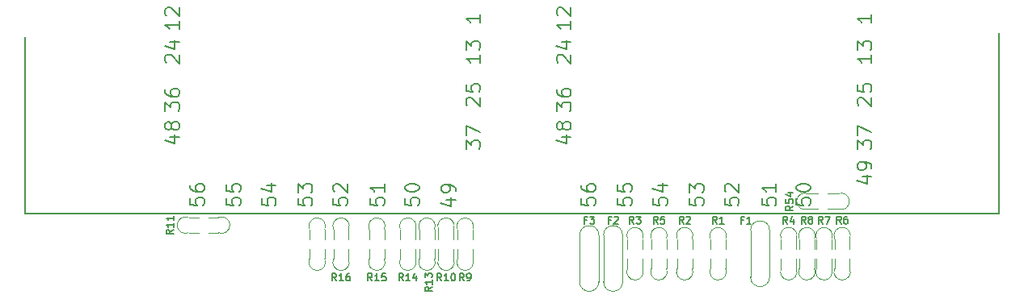
<source format=gto>
G04 #@! TF.GenerationSoftware,KiCad,Pcbnew,8.0.6-8.0.6-0~ubuntu22.04.1*
G04 #@! TF.CreationDate,2024-11-30T07:36:20+00:00*
G04 #@! TF.ProjectId,hellen-112-17,68656c6c-656e-42d3-9131-322d31372e6b,B*
G04 #@! TF.SameCoordinates,Original*
G04 #@! TF.FileFunction,Legend,Top*
G04 #@! TF.FilePolarity,Positive*
%FSLAX46Y46*%
G04 Gerber Fmt 4.6, Leading zero omitted, Abs format (unit mm)*
G04 Created by KiCad (PCBNEW 8.0.6-8.0.6-0~ubuntu22.04.1) date 2024-11-30 07:36:20*
%MOMM*%
%LPD*%
G01*
G04 APERTURE LIST*
%ADD10C,0.200000*%
%ADD11C,0.127000*%
%ADD12C,0.150000*%
%ADD13C,0.099060*%
%ADD14C,0.120000*%
G04 APERTURE END LIST*
D10*
X72187795Y71359337D02*
X72187795Y70645051D01*
X72187795Y70645051D02*
X72902081Y70573623D01*
X72902081Y70573623D02*
X72830652Y70645051D01*
X72830652Y70645051D02*
X72759224Y70787908D01*
X72759224Y70787908D02*
X72759224Y71145051D01*
X72759224Y71145051D02*
X72830652Y71287908D01*
X72830652Y71287908D02*
X72902081Y71359337D01*
X72902081Y71359337D02*
X73044938Y71430766D01*
X73044938Y71430766D02*
X73402081Y71430766D01*
X73402081Y71430766D02*
X73544938Y71359337D01*
X73544938Y71359337D02*
X73616367Y71287908D01*
X73616367Y71287908D02*
X73687795Y71145051D01*
X73687795Y71145051D02*
X73687795Y70787908D01*
X73687795Y70787908D02*
X73616367Y70645051D01*
X73616367Y70645051D02*
X73544938Y70573623D01*
X72187795Y72359337D02*
X72187795Y72502194D01*
X72187795Y72502194D02*
X72259224Y72645051D01*
X72259224Y72645051D02*
X72330652Y72716479D01*
X72330652Y72716479D02*
X72473509Y72787908D01*
X72473509Y72787908D02*
X72759224Y72859337D01*
X72759224Y72859337D02*
X73116367Y72859337D01*
X73116367Y72859337D02*
X73402081Y72787908D01*
X73402081Y72787908D02*
X73544938Y72716479D01*
X73544938Y72716479D02*
X73616367Y72645051D01*
X73616367Y72645051D02*
X73687795Y72502194D01*
X73687795Y72502194D02*
X73687795Y72359337D01*
X73687795Y72359337D02*
X73616367Y72216479D01*
X73616367Y72216479D02*
X73544938Y72145051D01*
X73544938Y72145051D02*
X73402081Y72073622D01*
X73402081Y72073622D02*
X73116367Y72002194D01*
X73116367Y72002194D02*
X72759224Y72002194D01*
X72759224Y72002194D02*
X72473509Y72073622D01*
X72473509Y72073622D02*
X72330652Y72145051D01*
X72330652Y72145051D02*
X72259224Y72216479D01*
X72259224Y72216479D02*
X72187795Y72359337D01*
X27587795Y71359337D02*
X27587795Y70645051D01*
X27587795Y70645051D02*
X28302081Y70573623D01*
X28302081Y70573623D02*
X28230652Y70645051D01*
X28230652Y70645051D02*
X28159224Y70787908D01*
X28159224Y70787908D02*
X28159224Y71145051D01*
X28159224Y71145051D02*
X28230652Y71287908D01*
X28230652Y71287908D02*
X28302081Y71359337D01*
X28302081Y71359337D02*
X28444938Y71430766D01*
X28444938Y71430766D02*
X28802081Y71430766D01*
X28802081Y71430766D02*
X28944938Y71359337D01*
X28944938Y71359337D02*
X29016367Y71287908D01*
X29016367Y71287908D02*
X29087795Y71145051D01*
X29087795Y71145051D02*
X29087795Y70787908D01*
X29087795Y70787908D02*
X29016367Y70645051D01*
X29016367Y70645051D02*
X28944938Y70573623D01*
X29087795Y72859337D02*
X29087795Y72002194D01*
X29087795Y72430765D02*
X27587795Y72430765D01*
X27587795Y72430765D02*
X27802081Y72287908D01*
X27802081Y72287908D02*
X27944938Y72145051D01*
X27944938Y72145051D02*
X28016367Y72002194D01*
X78730652Y81073623D02*
X78659224Y81145051D01*
X78659224Y81145051D02*
X78587795Y81287908D01*
X78587795Y81287908D02*
X78587795Y81645051D01*
X78587795Y81645051D02*
X78659224Y81787908D01*
X78659224Y81787908D02*
X78730652Y81859337D01*
X78730652Y81859337D02*
X78873509Y81930766D01*
X78873509Y81930766D02*
X79016367Y81930766D01*
X79016367Y81930766D02*
X79230652Y81859337D01*
X79230652Y81859337D02*
X80087795Y81002194D01*
X80087795Y81002194D02*
X80087795Y81930766D01*
X78587795Y83287908D02*
X78587795Y82573622D01*
X78587795Y82573622D02*
X79302081Y82502194D01*
X79302081Y82502194D02*
X79230652Y82573622D01*
X79230652Y82573622D02*
X79159224Y82716479D01*
X79159224Y82716479D02*
X79159224Y83073622D01*
X79159224Y83073622D02*
X79230652Y83216479D01*
X79230652Y83216479D02*
X79302081Y83287908D01*
X79302081Y83287908D02*
X79444938Y83359337D01*
X79444938Y83359337D02*
X79802081Y83359337D01*
X79802081Y83359337D02*
X79944938Y83287908D01*
X79944938Y83287908D02*
X80016367Y83216479D01*
X80016367Y83216479D02*
X80087795Y83073622D01*
X80087795Y83073622D02*
X80087795Y82716479D01*
X80087795Y82716479D02*
X80016367Y82573622D01*
X80016367Y82573622D02*
X79944938Y82502194D01*
X8687795Y71359337D02*
X8687795Y70645051D01*
X8687795Y70645051D02*
X9402081Y70573623D01*
X9402081Y70573623D02*
X9330652Y70645051D01*
X9330652Y70645051D02*
X9259224Y70787908D01*
X9259224Y70787908D02*
X9259224Y71145051D01*
X9259224Y71145051D02*
X9330652Y71287908D01*
X9330652Y71287908D02*
X9402081Y71359337D01*
X9402081Y71359337D02*
X9544938Y71430766D01*
X9544938Y71430766D02*
X9902081Y71430766D01*
X9902081Y71430766D02*
X10044938Y71359337D01*
X10044938Y71359337D02*
X10116367Y71287908D01*
X10116367Y71287908D02*
X10187795Y71145051D01*
X10187795Y71145051D02*
X10187795Y70787908D01*
X10187795Y70787908D02*
X10116367Y70645051D01*
X10116367Y70645051D02*
X10044938Y70573623D01*
X8687795Y72716479D02*
X8687795Y72430765D01*
X8687795Y72430765D02*
X8759224Y72287908D01*
X8759224Y72287908D02*
X8830652Y72216479D01*
X8830652Y72216479D02*
X9044938Y72073622D01*
X9044938Y72073622D02*
X9330652Y72002194D01*
X9330652Y72002194D02*
X9902081Y72002194D01*
X9902081Y72002194D02*
X10044938Y72073622D01*
X10044938Y72073622D02*
X10116367Y72145051D01*
X10116367Y72145051D02*
X10187795Y72287908D01*
X10187795Y72287908D02*
X10187795Y72573622D01*
X10187795Y72573622D02*
X10116367Y72716479D01*
X10116367Y72716479D02*
X10044938Y72787908D01*
X10044938Y72787908D02*
X9902081Y72859337D01*
X9902081Y72859337D02*
X9544938Y72859337D01*
X9544938Y72859337D02*
X9402081Y72787908D01*
X9402081Y72787908D02*
X9330652Y72716479D01*
X9330652Y72716479D02*
X9259224Y72573622D01*
X9259224Y72573622D02*
X9259224Y72287908D01*
X9259224Y72287908D02*
X9330652Y72145051D01*
X9330652Y72145051D02*
X9402081Y72073622D01*
X9402081Y72073622D02*
X9544938Y72002194D01*
X12487795Y71359337D02*
X12487795Y70645051D01*
X12487795Y70645051D02*
X13202081Y70573623D01*
X13202081Y70573623D02*
X13130652Y70645051D01*
X13130652Y70645051D02*
X13059224Y70787908D01*
X13059224Y70787908D02*
X13059224Y71145051D01*
X13059224Y71145051D02*
X13130652Y71287908D01*
X13130652Y71287908D02*
X13202081Y71359337D01*
X13202081Y71359337D02*
X13344938Y71430766D01*
X13344938Y71430766D02*
X13702081Y71430766D01*
X13702081Y71430766D02*
X13844938Y71359337D01*
X13844938Y71359337D02*
X13916367Y71287908D01*
X13916367Y71287908D02*
X13987795Y71145051D01*
X13987795Y71145051D02*
X13987795Y70787908D01*
X13987795Y70787908D02*
X13916367Y70645051D01*
X13916367Y70645051D02*
X13844938Y70573623D01*
X12487795Y72787908D02*
X12487795Y72073622D01*
X12487795Y72073622D02*
X13202081Y72002194D01*
X13202081Y72002194D02*
X13130652Y72073622D01*
X13130652Y72073622D02*
X13059224Y72216479D01*
X13059224Y72216479D02*
X13059224Y72573622D01*
X13059224Y72573622D02*
X13130652Y72716479D01*
X13130652Y72716479D02*
X13202081Y72787908D01*
X13202081Y72787908D02*
X13344938Y72859337D01*
X13344938Y72859337D02*
X13702081Y72859337D01*
X13702081Y72859337D02*
X13844938Y72787908D01*
X13844938Y72787908D02*
X13916367Y72716479D01*
X13916367Y72716479D02*
X13987795Y72573622D01*
X13987795Y72573622D02*
X13987795Y72216479D01*
X13987795Y72216479D02*
X13916367Y72073622D01*
X13916367Y72073622D02*
X13844938Y72002194D01*
X47230652Y85573623D02*
X47159224Y85645051D01*
X47159224Y85645051D02*
X47087795Y85787908D01*
X47087795Y85787908D02*
X47087795Y86145051D01*
X47087795Y86145051D02*
X47159224Y86287908D01*
X47159224Y86287908D02*
X47230652Y86359337D01*
X47230652Y86359337D02*
X47373509Y86430766D01*
X47373509Y86430766D02*
X47516367Y86430766D01*
X47516367Y86430766D02*
X47730652Y86359337D01*
X47730652Y86359337D02*
X48587795Y85502194D01*
X48587795Y85502194D02*
X48587795Y86430766D01*
X47587795Y87716479D02*
X48587795Y87716479D01*
X47016367Y87359337D02*
X48087795Y87002194D01*
X48087795Y87002194D02*
X48087795Y87930765D01*
X39087795Y86430766D02*
X39087795Y85573623D01*
X39087795Y86002194D02*
X37587795Y86002194D01*
X37587795Y86002194D02*
X37802081Y85859337D01*
X37802081Y85859337D02*
X37944938Y85716480D01*
X37944938Y85716480D02*
X38016367Y85573623D01*
X37587795Y86930765D02*
X37587795Y87859337D01*
X37587795Y87859337D02*
X38159224Y87359337D01*
X38159224Y87359337D02*
X38159224Y87573622D01*
X38159224Y87573622D02*
X38230652Y87716479D01*
X38230652Y87716479D02*
X38302081Y87787908D01*
X38302081Y87787908D02*
X38444938Y87859337D01*
X38444938Y87859337D02*
X38802081Y87859337D01*
X38802081Y87859337D02*
X38944938Y87787908D01*
X38944938Y87787908D02*
X39016367Y87716479D01*
X39016367Y87716479D02*
X39087795Y87573622D01*
X39087795Y87573622D02*
X39087795Y87145051D01*
X39087795Y87145051D02*
X39016367Y87002194D01*
X39016367Y87002194D02*
X38944938Y86930765D01*
X37587795Y76502194D02*
X37587795Y77430766D01*
X37587795Y77430766D02*
X38159224Y76930766D01*
X38159224Y76930766D02*
X38159224Y77145051D01*
X38159224Y77145051D02*
X38230652Y77287908D01*
X38230652Y77287908D02*
X38302081Y77359337D01*
X38302081Y77359337D02*
X38444938Y77430766D01*
X38444938Y77430766D02*
X38802081Y77430766D01*
X38802081Y77430766D02*
X38944938Y77359337D01*
X38944938Y77359337D02*
X39016367Y77287908D01*
X39016367Y77287908D02*
X39087795Y77145051D01*
X39087795Y77145051D02*
X39087795Y76716480D01*
X39087795Y76716480D02*
X39016367Y76573623D01*
X39016367Y76573623D02*
X38944938Y76502194D01*
X37587795Y77930765D02*
X37587795Y78930765D01*
X37587795Y78930765D02*
X39087795Y78287908D01*
X31187795Y71359337D02*
X31187795Y70645051D01*
X31187795Y70645051D02*
X31902081Y70573623D01*
X31902081Y70573623D02*
X31830652Y70645051D01*
X31830652Y70645051D02*
X31759224Y70787908D01*
X31759224Y70787908D02*
X31759224Y71145051D01*
X31759224Y71145051D02*
X31830652Y71287908D01*
X31830652Y71287908D02*
X31902081Y71359337D01*
X31902081Y71359337D02*
X32044938Y71430766D01*
X32044938Y71430766D02*
X32402081Y71430766D01*
X32402081Y71430766D02*
X32544938Y71359337D01*
X32544938Y71359337D02*
X32616367Y71287908D01*
X32616367Y71287908D02*
X32687795Y71145051D01*
X32687795Y71145051D02*
X32687795Y70787908D01*
X32687795Y70787908D02*
X32616367Y70645051D01*
X32616367Y70645051D02*
X32544938Y70573623D01*
X31187795Y72359337D02*
X31187795Y72502194D01*
X31187795Y72502194D02*
X31259224Y72645051D01*
X31259224Y72645051D02*
X31330652Y72716479D01*
X31330652Y72716479D02*
X31473509Y72787908D01*
X31473509Y72787908D02*
X31759224Y72859337D01*
X31759224Y72859337D02*
X32116367Y72859337D01*
X32116367Y72859337D02*
X32402081Y72787908D01*
X32402081Y72787908D02*
X32544938Y72716479D01*
X32544938Y72716479D02*
X32616367Y72645051D01*
X32616367Y72645051D02*
X32687795Y72502194D01*
X32687795Y72502194D02*
X32687795Y72359337D01*
X32687795Y72359337D02*
X32616367Y72216479D01*
X32616367Y72216479D02*
X32544938Y72145051D01*
X32544938Y72145051D02*
X32402081Y72073622D01*
X32402081Y72073622D02*
X32116367Y72002194D01*
X32116367Y72002194D02*
X31759224Y72002194D01*
X31759224Y72002194D02*
X31473509Y72073622D01*
X31473509Y72073622D02*
X31330652Y72145051D01*
X31330652Y72145051D02*
X31259224Y72216479D01*
X31259224Y72216479D02*
X31187795Y72359337D01*
X47587795Y77787908D02*
X48587795Y77787908D01*
X47016367Y77430766D02*
X48087795Y77073623D01*
X48087795Y77073623D02*
X48087795Y78002194D01*
X47730652Y78787908D02*
X47659224Y78645051D01*
X47659224Y78645051D02*
X47587795Y78573622D01*
X47587795Y78573622D02*
X47444938Y78502194D01*
X47444938Y78502194D02*
X47373509Y78502194D01*
X47373509Y78502194D02*
X47230652Y78573622D01*
X47230652Y78573622D02*
X47159224Y78645051D01*
X47159224Y78645051D02*
X47087795Y78787908D01*
X47087795Y78787908D02*
X47087795Y79073622D01*
X47087795Y79073622D02*
X47159224Y79216479D01*
X47159224Y79216479D02*
X47230652Y79287908D01*
X47230652Y79287908D02*
X47373509Y79359337D01*
X47373509Y79359337D02*
X47444938Y79359337D01*
X47444938Y79359337D02*
X47587795Y79287908D01*
X47587795Y79287908D02*
X47659224Y79216479D01*
X47659224Y79216479D02*
X47730652Y79073622D01*
X47730652Y79073622D02*
X47730652Y78787908D01*
X47730652Y78787908D02*
X47802081Y78645051D01*
X47802081Y78645051D02*
X47873509Y78573622D01*
X47873509Y78573622D02*
X48016367Y78502194D01*
X48016367Y78502194D02*
X48302081Y78502194D01*
X48302081Y78502194D02*
X48444938Y78573622D01*
X48444938Y78573622D02*
X48516367Y78645051D01*
X48516367Y78645051D02*
X48587795Y78787908D01*
X48587795Y78787908D02*
X48587795Y79073622D01*
X48587795Y79073622D02*
X48516367Y79216479D01*
X48516367Y79216479D02*
X48444938Y79287908D01*
X48444938Y79287908D02*
X48302081Y79359337D01*
X48302081Y79359337D02*
X48016367Y79359337D01*
X48016367Y79359337D02*
X47873509Y79287908D01*
X47873509Y79287908D02*
X47802081Y79216479D01*
X47802081Y79216479D02*
X47730652Y79073622D01*
X64687795Y71359337D02*
X64687795Y70645051D01*
X64687795Y70645051D02*
X65402081Y70573623D01*
X65402081Y70573623D02*
X65330652Y70645051D01*
X65330652Y70645051D02*
X65259224Y70787908D01*
X65259224Y70787908D02*
X65259224Y71145051D01*
X65259224Y71145051D02*
X65330652Y71287908D01*
X65330652Y71287908D02*
X65402081Y71359337D01*
X65402081Y71359337D02*
X65544938Y71430766D01*
X65544938Y71430766D02*
X65902081Y71430766D01*
X65902081Y71430766D02*
X66044938Y71359337D01*
X66044938Y71359337D02*
X66116367Y71287908D01*
X66116367Y71287908D02*
X66187795Y71145051D01*
X66187795Y71145051D02*
X66187795Y70787908D01*
X66187795Y70787908D02*
X66116367Y70645051D01*
X66116367Y70645051D02*
X66044938Y70573623D01*
X64830652Y72002194D02*
X64759224Y72073622D01*
X64759224Y72073622D02*
X64687795Y72216479D01*
X64687795Y72216479D02*
X64687795Y72573622D01*
X64687795Y72573622D02*
X64759224Y72716479D01*
X64759224Y72716479D02*
X64830652Y72787908D01*
X64830652Y72787908D02*
X64973509Y72859337D01*
X64973509Y72859337D02*
X65116367Y72859337D01*
X65116367Y72859337D02*
X65330652Y72787908D01*
X65330652Y72787908D02*
X66187795Y71930765D01*
X66187795Y71930765D02*
X66187795Y72859337D01*
X68587795Y71359337D02*
X68587795Y70645051D01*
X68587795Y70645051D02*
X69302081Y70573623D01*
X69302081Y70573623D02*
X69230652Y70645051D01*
X69230652Y70645051D02*
X69159224Y70787908D01*
X69159224Y70787908D02*
X69159224Y71145051D01*
X69159224Y71145051D02*
X69230652Y71287908D01*
X69230652Y71287908D02*
X69302081Y71359337D01*
X69302081Y71359337D02*
X69444938Y71430766D01*
X69444938Y71430766D02*
X69802081Y71430766D01*
X69802081Y71430766D02*
X69944938Y71359337D01*
X69944938Y71359337D02*
X70016367Y71287908D01*
X70016367Y71287908D02*
X70087795Y71145051D01*
X70087795Y71145051D02*
X70087795Y70787908D01*
X70087795Y70787908D02*
X70016367Y70645051D01*
X70016367Y70645051D02*
X69944938Y70573623D01*
X70087795Y72859337D02*
X70087795Y72002194D01*
X70087795Y72430765D02*
X68587795Y72430765D01*
X68587795Y72430765D02*
X68802081Y72287908D01*
X68802081Y72287908D02*
X68944938Y72145051D01*
X68944938Y72145051D02*
X69016367Y72002194D01*
X6230652Y85573623D02*
X6159224Y85645051D01*
X6159224Y85645051D02*
X6087795Y85787908D01*
X6087795Y85787908D02*
X6087795Y86145051D01*
X6087795Y86145051D02*
X6159224Y86287908D01*
X6159224Y86287908D02*
X6230652Y86359337D01*
X6230652Y86359337D02*
X6373509Y86430766D01*
X6373509Y86430766D02*
X6516367Y86430766D01*
X6516367Y86430766D02*
X6730652Y86359337D01*
X6730652Y86359337D02*
X7587795Y85502194D01*
X7587795Y85502194D02*
X7587795Y86430766D01*
X6587795Y87716479D02*
X7587795Y87716479D01*
X6016367Y87359337D02*
X7087795Y87002194D01*
X7087795Y87002194D02*
X7087795Y87930765D01*
X57187795Y71359337D02*
X57187795Y70645051D01*
X57187795Y70645051D02*
X57902081Y70573623D01*
X57902081Y70573623D02*
X57830652Y70645051D01*
X57830652Y70645051D02*
X57759224Y70787908D01*
X57759224Y70787908D02*
X57759224Y71145051D01*
X57759224Y71145051D02*
X57830652Y71287908D01*
X57830652Y71287908D02*
X57902081Y71359337D01*
X57902081Y71359337D02*
X58044938Y71430766D01*
X58044938Y71430766D02*
X58402081Y71430766D01*
X58402081Y71430766D02*
X58544938Y71359337D01*
X58544938Y71359337D02*
X58616367Y71287908D01*
X58616367Y71287908D02*
X58687795Y71145051D01*
X58687795Y71145051D02*
X58687795Y70787908D01*
X58687795Y70787908D02*
X58616367Y70645051D01*
X58616367Y70645051D02*
X58544938Y70573623D01*
X57687795Y72716479D02*
X58687795Y72716479D01*
X57116367Y72359337D02*
X58187795Y72002194D01*
X58187795Y72002194D02*
X58187795Y72930765D01*
X37730652Y81073623D02*
X37659224Y81145051D01*
X37659224Y81145051D02*
X37587795Y81287908D01*
X37587795Y81287908D02*
X37587795Y81645051D01*
X37587795Y81645051D02*
X37659224Y81787908D01*
X37659224Y81787908D02*
X37730652Y81859337D01*
X37730652Y81859337D02*
X37873509Y81930766D01*
X37873509Y81930766D02*
X38016367Y81930766D01*
X38016367Y81930766D02*
X38230652Y81859337D01*
X38230652Y81859337D02*
X39087795Y81002194D01*
X39087795Y81002194D02*
X39087795Y81930766D01*
X37587795Y83287908D02*
X37587795Y82573622D01*
X37587795Y82573622D02*
X38302081Y82502194D01*
X38302081Y82502194D02*
X38230652Y82573622D01*
X38230652Y82573622D02*
X38159224Y82716479D01*
X38159224Y82716479D02*
X38159224Y83073622D01*
X38159224Y83073622D02*
X38230652Y83216479D01*
X38230652Y83216479D02*
X38302081Y83287908D01*
X38302081Y83287908D02*
X38444938Y83359337D01*
X38444938Y83359337D02*
X38802081Y83359337D01*
X38802081Y83359337D02*
X38944938Y83287908D01*
X38944938Y83287908D02*
X39016367Y83216479D01*
X39016367Y83216479D02*
X39087795Y83073622D01*
X39087795Y83073622D02*
X39087795Y82716479D01*
X39087795Y82716479D02*
X39016367Y82573622D01*
X39016367Y82573622D02*
X38944938Y82502194D01*
X53487795Y71359337D02*
X53487795Y70645051D01*
X53487795Y70645051D02*
X54202081Y70573623D01*
X54202081Y70573623D02*
X54130652Y70645051D01*
X54130652Y70645051D02*
X54059224Y70787908D01*
X54059224Y70787908D02*
X54059224Y71145051D01*
X54059224Y71145051D02*
X54130652Y71287908D01*
X54130652Y71287908D02*
X54202081Y71359337D01*
X54202081Y71359337D02*
X54344938Y71430766D01*
X54344938Y71430766D02*
X54702081Y71430766D01*
X54702081Y71430766D02*
X54844938Y71359337D01*
X54844938Y71359337D02*
X54916367Y71287908D01*
X54916367Y71287908D02*
X54987795Y71145051D01*
X54987795Y71145051D02*
X54987795Y70787908D01*
X54987795Y70787908D02*
X54916367Y70645051D01*
X54916367Y70645051D02*
X54844938Y70573623D01*
X53487795Y72787908D02*
X53487795Y72073622D01*
X53487795Y72073622D02*
X54202081Y72002194D01*
X54202081Y72002194D02*
X54130652Y72073622D01*
X54130652Y72073622D02*
X54059224Y72216479D01*
X54059224Y72216479D02*
X54059224Y72573622D01*
X54059224Y72573622D02*
X54130652Y72716479D01*
X54130652Y72716479D02*
X54202081Y72787908D01*
X54202081Y72787908D02*
X54344938Y72859337D01*
X54344938Y72859337D02*
X54702081Y72859337D01*
X54702081Y72859337D02*
X54844938Y72787908D01*
X54844938Y72787908D02*
X54916367Y72716479D01*
X54916367Y72716479D02*
X54987795Y72573622D01*
X54987795Y72573622D02*
X54987795Y72216479D01*
X54987795Y72216479D02*
X54916367Y72073622D01*
X54916367Y72073622D02*
X54844938Y72002194D01*
X23687795Y71359337D02*
X23687795Y70645051D01*
X23687795Y70645051D02*
X24402081Y70573623D01*
X24402081Y70573623D02*
X24330652Y70645051D01*
X24330652Y70645051D02*
X24259224Y70787908D01*
X24259224Y70787908D02*
X24259224Y71145051D01*
X24259224Y71145051D02*
X24330652Y71287908D01*
X24330652Y71287908D02*
X24402081Y71359337D01*
X24402081Y71359337D02*
X24544938Y71430766D01*
X24544938Y71430766D02*
X24902081Y71430766D01*
X24902081Y71430766D02*
X25044938Y71359337D01*
X25044938Y71359337D02*
X25116367Y71287908D01*
X25116367Y71287908D02*
X25187795Y71145051D01*
X25187795Y71145051D02*
X25187795Y70787908D01*
X25187795Y70787908D02*
X25116367Y70645051D01*
X25116367Y70645051D02*
X25044938Y70573623D01*
X23830652Y72002194D02*
X23759224Y72073622D01*
X23759224Y72073622D02*
X23687795Y72216479D01*
X23687795Y72216479D02*
X23687795Y72573622D01*
X23687795Y72573622D02*
X23759224Y72716479D01*
X23759224Y72716479D02*
X23830652Y72787908D01*
X23830652Y72787908D02*
X23973509Y72859337D01*
X23973509Y72859337D02*
X24116367Y72859337D01*
X24116367Y72859337D02*
X24330652Y72787908D01*
X24330652Y72787908D02*
X25187795Y71930765D01*
X25187795Y71930765D02*
X25187795Y72859337D01*
X6087795Y80502194D02*
X6087795Y81430766D01*
X6087795Y81430766D02*
X6659224Y80930766D01*
X6659224Y80930766D02*
X6659224Y81145051D01*
X6659224Y81145051D02*
X6730652Y81287908D01*
X6730652Y81287908D02*
X6802081Y81359337D01*
X6802081Y81359337D02*
X6944938Y81430766D01*
X6944938Y81430766D02*
X7302081Y81430766D01*
X7302081Y81430766D02*
X7444938Y81359337D01*
X7444938Y81359337D02*
X7516367Y81287908D01*
X7516367Y81287908D02*
X7587795Y81145051D01*
X7587795Y81145051D02*
X7587795Y80716480D01*
X7587795Y80716480D02*
X7516367Y80573623D01*
X7516367Y80573623D02*
X7444938Y80502194D01*
X6087795Y82716479D02*
X6087795Y82430765D01*
X6087795Y82430765D02*
X6159224Y82287908D01*
X6159224Y82287908D02*
X6230652Y82216479D01*
X6230652Y82216479D02*
X6444938Y82073622D01*
X6444938Y82073622D02*
X6730652Y82002194D01*
X6730652Y82002194D02*
X7302081Y82002194D01*
X7302081Y82002194D02*
X7444938Y82073622D01*
X7444938Y82073622D02*
X7516367Y82145051D01*
X7516367Y82145051D02*
X7587795Y82287908D01*
X7587795Y82287908D02*
X7587795Y82573622D01*
X7587795Y82573622D02*
X7516367Y82716479D01*
X7516367Y82716479D02*
X7444938Y82787908D01*
X7444938Y82787908D02*
X7302081Y82859337D01*
X7302081Y82859337D02*
X6944938Y82859337D01*
X6944938Y82859337D02*
X6802081Y82787908D01*
X6802081Y82787908D02*
X6730652Y82716479D01*
X6730652Y82716479D02*
X6659224Y82573622D01*
X6659224Y82573622D02*
X6659224Y82287908D01*
X6659224Y82287908D02*
X6730652Y82145051D01*
X6730652Y82145051D02*
X6802081Y82073622D01*
X6802081Y82073622D02*
X6944938Y82002194D01*
X39087795Y90645052D02*
X39087795Y89787909D01*
X39087795Y90216480D02*
X37587795Y90216480D01*
X37587795Y90216480D02*
X37802081Y90073623D01*
X37802081Y90073623D02*
X37944938Y89930766D01*
X37944938Y89930766D02*
X38016367Y89787909D01*
X19987795Y71359337D02*
X19987795Y70645051D01*
X19987795Y70645051D02*
X20702081Y70573623D01*
X20702081Y70573623D02*
X20630652Y70645051D01*
X20630652Y70645051D02*
X20559224Y70787908D01*
X20559224Y70787908D02*
X20559224Y71145051D01*
X20559224Y71145051D02*
X20630652Y71287908D01*
X20630652Y71287908D02*
X20702081Y71359337D01*
X20702081Y71359337D02*
X20844938Y71430766D01*
X20844938Y71430766D02*
X21202081Y71430766D01*
X21202081Y71430766D02*
X21344938Y71359337D01*
X21344938Y71359337D02*
X21416367Y71287908D01*
X21416367Y71287908D02*
X21487795Y71145051D01*
X21487795Y71145051D02*
X21487795Y70787908D01*
X21487795Y70787908D02*
X21416367Y70645051D01*
X21416367Y70645051D02*
X21344938Y70573623D01*
X19987795Y71930765D02*
X19987795Y72859337D01*
X19987795Y72859337D02*
X20559224Y72359337D01*
X20559224Y72359337D02*
X20559224Y72573622D01*
X20559224Y72573622D02*
X20630652Y72716479D01*
X20630652Y72716479D02*
X20702081Y72787908D01*
X20702081Y72787908D02*
X20844938Y72859337D01*
X20844938Y72859337D02*
X21202081Y72859337D01*
X21202081Y72859337D02*
X21344938Y72787908D01*
X21344938Y72787908D02*
X21416367Y72716479D01*
X21416367Y72716479D02*
X21487795Y72573622D01*
X21487795Y72573622D02*
X21487795Y72145051D01*
X21487795Y72145051D02*
X21416367Y72002194D01*
X21416367Y72002194D02*
X21344938Y71930765D01*
X16187795Y71359337D02*
X16187795Y70645051D01*
X16187795Y70645051D02*
X16902081Y70573623D01*
X16902081Y70573623D02*
X16830652Y70645051D01*
X16830652Y70645051D02*
X16759224Y70787908D01*
X16759224Y70787908D02*
X16759224Y71145051D01*
X16759224Y71145051D02*
X16830652Y71287908D01*
X16830652Y71287908D02*
X16902081Y71359337D01*
X16902081Y71359337D02*
X17044938Y71430766D01*
X17044938Y71430766D02*
X17402081Y71430766D01*
X17402081Y71430766D02*
X17544938Y71359337D01*
X17544938Y71359337D02*
X17616367Y71287908D01*
X17616367Y71287908D02*
X17687795Y71145051D01*
X17687795Y71145051D02*
X17687795Y70787908D01*
X17687795Y70787908D02*
X17616367Y70645051D01*
X17616367Y70645051D02*
X17544938Y70573623D01*
X16687795Y72716479D02*
X17687795Y72716479D01*
X16116367Y72359337D02*
X17187795Y72002194D01*
X17187795Y72002194D02*
X17187795Y72930765D01*
X6587795Y77787908D02*
X7587795Y77787908D01*
X6016367Y77430766D02*
X7087795Y77073623D01*
X7087795Y77073623D02*
X7087795Y78002194D01*
X6730652Y78787908D02*
X6659224Y78645051D01*
X6659224Y78645051D02*
X6587795Y78573622D01*
X6587795Y78573622D02*
X6444938Y78502194D01*
X6444938Y78502194D02*
X6373509Y78502194D01*
X6373509Y78502194D02*
X6230652Y78573622D01*
X6230652Y78573622D02*
X6159224Y78645051D01*
X6159224Y78645051D02*
X6087795Y78787908D01*
X6087795Y78787908D02*
X6087795Y79073622D01*
X6087795Y79073622D02*
X6159224Y79216479D01*
X6159224Y79216479D02*
X6230652Y79287908D01*
X6230652Y79287908D02*
X6373509Y79359337D01*
X6373509Y79359337D02*
X6444938Y79359337D01*
X6444938Y79359337D02*
X6587795Y79287908D01*
X6587795Y79287908D02*
X6659224Y79216479D01*
X6659224Y79216479D02*
X6730652Y79073622D01*
X6730652Y79073622D02*
X6730652Y78787908D01*
X6730652Y78787908D02*
X6802081Y78645051D01*
X6802081Y78645051D02*
X6873509Y78573622D01*
X6873509Y78573622D02*
X7016367Y78502194D01*
X7016367Y78502194D02*
X7302081Y78502194D01*
X7302081Y78502194D02*
X7444938Y78573622D01*
X7444938Y78573622D02*
X7516367Y78645051D01*
X7516367Y78645051D02*
X7587795Y78787908D01*
X7587795Y78787908D02*
X7587795Y79073622D01*
X7587795Y79073622D02*
X7516367Y79216479D01*
X7516367Y79216479D02*
X7444938Y79287908D01*
X7444938Y79287908D02*
X7302081Y79359337D01*
X7302081Y79359337D02*
X7016367Y79359337D01*
X7016367Y79359337D02*
X6873509Y79287908D01*
X6873509Y79287908D02*
X6802081Y79216479D01*
X6802081Y79216479D02*
X6730652Y79073622D01*
X80087795Y86430766D02*
X80087795Y85573623D01*
X80087795Y86002194D02*
X78587795Y86002194D01*
X78587795Y86002194D02*
X78802081Y85859337D01*
X78802081Y85859337D02*
X78944938Y85716480D01*
X78944938Y85716480D02*
X79016367Y85573623D01*
X78587795Y86930765D02*
X78587795Y87859337D01*
X78587795Y87859337D02*
X79159224Y87359337D01*
X79159224Y87359337D02*
X79159224Y87573622D01*
X79159224Y87573622D02*
X79230652Y87716479D01*
X79230652Y87716479D02*
X79302081Y87787908D01*
X79302081Y87787908D02*
X79444938Y87859337D01*
X79444938Y87859337D02*
X79802081Y87859337D01*
X79802081Y87859337D02*
X79944938Y87787908D01*
X79944938Y87787908D02*
X80016367Y87716479D01*
X80016367Y87716479D02*
X80087795Y87573622D01*
X80087795Y87573622D02*
X80087795Y87145051D01*
X80087795Y87145051D02*
X80016367Y87002194D01*
X80016367Y87002194D02*
X79944938Y86930765D01*
X48587795Y89930766D02*
X48587795Y89073623D01*
X48587795Y89502194D02*
X47087795Y89502194D01*
X47087795Y89502194D02*
X47302081Y89359337D01*
X47302081Y89359337D02*
X47444938Y89216480D01*
X47444938Y89216480D02*
X47516367Y89073623D01*
X47230652Y90502194D02*
X47159224Y90573622D01*
X47159224Y90573622D02*
X47087795Y90716479D01*
X47087795Y90716479D02*
X47087795Y91073622D01*
X47087795Y91073622D02*
X47159224Y91216479D01*
X47159224Y91216479D02*
X47230652Y91287908D01*
X47230652Y91287908D02*
X47373509Y91359337D01*
X47373509Y91359337D02*
X47516367Y91359337D01*
X47516367Y91359337D02*
X47730652Y91287908D01*
X47730652Y91287908D02*
X48587795Y90430765D01*
X48587795Y90430765D02*
X48587795Y91359337D01*
X60987795Y71359337D02*
X60987795Y70645051D01*
X60987795Y70645051D02*
X61702081Y70573623D01*
X61702081Y70573623D02*
X61630652Y70645051D01*
X61630652Y70645051D02*
X61559224Y70787908D01*
X61559224Y70787908D02*
X61559224Y71145051D01*
X61559224Y71145051D02*
X61630652Y71287908D01*
X61630652Y71287908D02*
X61702081Y71359337D01*
X61702081Y71359337D02*
X61844938Y71430766D01*
X61844938Y71430766D02*
X62202081Y71430766D01*
X62202081Y71430766D02*
X62344938Y71359337D01*
X62344938Y71359337D02*
X62416367Y71287908D01*
X62416367Y71287908D02*
X62487795Y71145051D01*
X62487795Y71145051D02*
X62487795Y70787908D01*
X62487795Y70787908D02*
X62416367Y70645051D01*
X62416367Y70645051D02*
X62344938Y70573623D01*
X60987795Y71930765D02*
X60987795Y72859337D01*
X60987795Y72859337D02*
X61559224Y72359337D01*
X61559224Y72359337D02*
X61559224Y72573622D01*
X61559224Y72573622D02*
X61630652Y72716479D01*
X61630652Y72716479D02*
X61702081Y72787908D01*
X61702081Y72787908D02*
X61844938Y72859337D01*
X61844938Y72859337D02*
X62202081Y72859337D01*
X62202081Y72859337D02*
X62344938Y72787908D01*
X62344938Y72787908D02*
X62416367Y72716479D01*
X62416367Y72716479D02*
X62487795Y72573622D01*
X62487795Y72573622D02*
X62487795Y72145051D01*
X62487795Y72145051D02*
X62416367Y72002194D01*
X62416367Y72002194D02*
X62344938Y71930765D01*
X49687795Y71359337D02*
X49687795Y70645051D01*
X49687795Y70645051D02*
X50402081Y70573623D01*
X50402081Y70573623D02*
X50330652Y70645051D01*
X50330652Y70645051D02*
X50259224Y70787908D01*
X50259224Y70787908D02*
X50259224Y71145051D01*
X50259224Y71145051D02*
X50330652Y71287908D01*
X50330652Y71287908D02*
X50402081Y71359337D01*
X50402081Y71359337D02*
X50544938Y71430766D01*
X50544938Y71430766D02*
X50902081Y71430766D01*
X50902081Y71430766D02*
X51044938Y71359337D01*
X51044938Y71359337D02*
X51116367Y71287908D01*
X51116367Y71287908D02*
X51187795Y71145051D01*
X51187795Y71145051D02*
X51187795Y70787908D01*
X51187795Y70787908D02*
X51116367Y70645051D01*
X51116367Y70645051D02*
X51044938Y70573623D01*
X49687795Y72716479D02*
X49687795Y72430765D01*
X49687795Y72430765D02*
X49759224Y72287908D01*
X49759224Y72287908D02*
X49830652Y72216479D01*
X49830652Y72216479D02*
X50044938Y72073622D01*
X50044938Y72073622D02*
X50330652Y72002194D01*
X50330652Y72002194D02*
X50902081Y72002194D01*
X50902081Y72002194D02*
X51044938Y72073622D01*
X51044938Y72073622D02*
X51116367Y72145051D01*
X51116367Y72145051D02*
X51187795Y72287908D01*
X51187795Y72287908D02*
X51187795Y72573622D01*
X51187795Y72573622D02*
X51116367Y72716479D01*
X51116367Y72716479D02*
X51044938Y72787908D01*
X51044938Y72787908D02*
X50902081Y72859337D01*
X50902081Y72859337D02*
X50544938Y72859337D01*
X50544938Y72859337D02*
X50402081Y72787908D01*
X50402081Y72787908D02*
X50330652Y72716479D01*
X50330652Y72716479D02*
X50259224Y72573622D01*
X50259224Y72573622D02*
X50259224Y72287908D01*
X50259224Y72287908D02*
X50330652Y72145051D01*
X50330652Y72145051D02*
X50402081Y72073622D01*
X50402081Y72073622D02*
X50544938Y72002194D01*
X80087795Y90645052D02*
X80087795Y89787909D01*
X80087795Y90216480D02*
X78587795Y90216480D01*
X78587795Y90216480D02*
X78802081Y90073623D01*
X78802081Y90073623D02*
X78944938Y89930766D01*
X78944938Y89930766D02*
X79016367Y89787909D01*
X79083528Y73571429D02*
X80083528Y73571429D01*
X78512100Y73214287D02*
X79583528Y72857144D01*
X79583528Y72857144D02*
X79583528Y73785715D01*
X80083528Y74428572D02*
X80083528Y74714286D01*
X80083528Y74714286D02*
X80012100Y74857143D01*
X80012100Y74857143D02*
X79940671Y74928572D01*
X79940671Y74928572D02*
X79726385Y75071429D01*
X79726385Y75071429D02*
X79440671Y75142858D01*
X79440671Y75142858D02*
X78869242Y75142858D01*
X78869242Y75142858D02*
X78726385Y75071429D01*
X78726385Y75071429D02*
X78654957Y75000000D01*
X78654957Y75000000D02*
X78583528Y74857143D01*
X78583528Y74857143D02*
X78583528Y74571429D01*
X78583528Y74571429D02*
X78654957Y74428572D01*
X78654957Y74428572D02*
X78726385Y74357143D01*
X78726385Y74357143D02*
X78869242Y74285715D01*
X78869242Y74285715D02*
X79226385Y74285715D01*
X79226385Y74285715D02*
X79369242Y74357143D01*
X79369242Y74357143D02*
X79440671Y74428572D01*
X79440671Y74428572D02*
X79512100Y74571429D01*
X79512100Y74571429D02*
X79512100Y74857143D01*
X79512100Y74857143D02*
X79440671Y75000000D01*
X79440671Y75000000D02*
X79369242Y75071429D01*
X79369242Y75071429D02*
X79226385Y75142858D01*
X78587795Y76502194D02*
X78587795Y77430766D01*
X78587795Y77430766D02*
X79159224Y76930766D01*
X79159224Y76930766D02*
X79159224Y77145051D01*
X79159224Y77145051D02*
X79230652Y77287908D01*
X79230652Y77287908D02*
X79302081Y77359337D01*
X79302081Y77359337D02*
X79444938Y77430766D01*
X79444938Y77430766D02*
X79802081Y77430766D01*
X79802081Y77430766D02*
X79944938Y77359337D01*
X79944938Y77359337D02*
X80016367Y77287908D01*
X80016367Y77287908D02*
X80087795Y77145051D01*
X80087795Y77145051D02*
X80087795Y76716480D01*
X80087795Y76716480D02*
X80016367Y76573623D01*
X80016367Y76573623D02*
X79944938Y76502194D01*
X78587795Y77930765D02*
X78587795Y78930765D01*
X78587795Y78930765D02*
X80087795Y78287908D01*
X7587795Y89930766D02*
X7587795Y89073623D01*
X7587795Y89502194D02*
X6087795Y89502194D01*
X6087795Y89502194D02*
X6302081Y89359337D01*
X6302081Y89359337D02*
X6444938Y89216480D01*
X6444938Y89216480D02*
X6516367Y89073623D01*
X6230652Y90502194D02*
X6159224Y90573622D01*
X6159224Y90573622D02*
X6087795Y90716479D01*
X6087795Y90716479D02*
X6087795Y91073622D01*
X6087795Y91073622D02*
X6159224Y91216479D01*
X6159224Y91216479D02*
X6230652Y91287908D01*
X6230652Y91287908D02*
X6373509Y91359337D01*
X6373509Y91359337D02*
X6516367Y91359337D01*
X6516367Y91359337D02*
X6730652Y91287908D01*
X6730652Y91287908D02*
X7587795Y90430765D01*
X7587795Y90430765D02*
X7587795Y91359337D01*
X35487795Y71187908D02*
X36487795Y71187908D01*
X34916367Y70830766D02*
X35987795Y70473623D01*
X35987795Y70473623D02*
X35987795Y71402194D01*
X36487795Y72045051D02*
X36487795Y72330765D01*
X36487795Y72330765D02*
X36416367Y72473622D01*
X36416367Y72473622D02*
X36344938Y72545051D01*
X36344938Y72545051D02*
X36130652Y72687908D01*
X36130652Y72687908D02*
X35844938Y72759337D01*
X35844938Y72759337D02*
X35273509Y72759337D01*
X35273509Y72759337D02*
X35130652Y72687908D01*
X35130652Y72687908D02*
X35059224Y72616479D01*
X35059224Y72616479D02*
X34987795Y72473622D01*
X34987795Y72473622D02*
X34987795Y72187908D01*
X34987795Y72187908D02*
X35059224Y72045051D01*
X35059224Y72045051D02*
X35130652Y71973622D01*
X35130652Y71973622D02*
X35273509Y71902194D01*
X35273509Y71902194D02*
X35630652Y71902194D01*
X35630652Y71902194D02*
X35773509Y71973622D01*
X35773509Y71973622D02*
X35844938Y72045051D01*
X35844938Y72045051D02*
X35916367Y72187908D01*
X35916367Y72187908D02*
X35916367Y72473622D01*
X35916367Y72473622D02*
X35844938Y72616479D01*
X35844938Y72616479D02*
X35773509Y72687908D01*
X35773509Y72687908D02*
X35630652Y72759337D01*
X47087795Y80502194D02*
X47087795Y81430766D01*
X47087795Y81430766D02*
X47659224Y80930766D01*
X47659224Y80930766D02*
X47659224Y81145051D01*
X47659224Y81145051D02*
X47730652Y81287908D01*
X47730652Y81287908D02*
X47802081Y81359337D01*
X47802081Y81359337D02*
X47944938Y81430766D01*
X47944938Y81430766D02*
X48302081Y81430766D01*
X48302081Y81430766D02*
X48444938Y81359337D01*
X48444938Y81359337D02*
X48516367Y81287908D01*
X48516367Y81287908D02*
X48587795Y81145051D01*
X48587795Y81145051D02*
X48587795Y80716480D01*
X48587795Y80716480D02*
X48516367Y80573623D01*
X48516367Y80573623D02*
X48444938Y80502194D01*
X47087795Y82716479D02*
X47087795Y82430765D01*
X47087795Y82430765D02*
X47159224Y82287908D01*
X47159224Y82287908D02*
X47230652Y82216479D01*
X47230652Y82216479D02*
X47444938Y82073622D01*
X47444938Y82073622D02*
X47730652Y82002194D01*
X47730652Y82002194D02*
X48302081Y82002194D01*
X48302081Y82002194D02*
X48444938Y82073622D01*
X48444938Y82073622D02*
X48516367Y82145051D01*
X48516367Y82145051D02*
X48587795Y82287908D01*
X48587795Y82287908D02*
X48587795Y82573622D01*
X48587795Y82573622D02*
X48516367Y82716479D01*
X48516367Y82716479D02*
X48444938Y82787908D01*
X48444938Y82787908D02*
X48302081Y82859337D01*
X48302081Y82859337D02*
X47944938Y82859337D01*
X47944938Y82859337D02*
X47802081Y82787908D01*
X47802081Y82787908D02*
X47730652Y82716479D01*
X47730652Y82716479D02*
X47659224Y82573622D01*
X47659224Y82573622D02*
X47659224Y82287908D01*
X47659224Y82287908D02*
X47730652Y82145051D01*
X47730652Y82145051D02*
X47802081Y82073622D01*
X47802081Y82073622D02*
X47944938Y82002194D01*
D11*
X34045911Y62010144D02*
X33683054Y61756144D01*
X34045911Y61574715D02*
X33283911Y61574715D01*
X33283911Y61574715D02*
X33283911Y61865001D01*
X33283911Y61865001D02*
X33320197Y61937572D01*
X33320197Y61937572D02*
X33356483Y61973858D01*
X33356483Y61973858D02*
X33429054Y62010144D01*
X33429054Y62010144D02*
X33537911Y62010144D01*
X33537911Y62010144D02*
X33610483Y61973858D01*
X33610483Y61973858D02*
X33646768Y61937572D01*
X33646768Y61937572D02*
X33683054Y61865001D01*
X33683054Y61865001D02*
X33683054Y61574715D01*
X34045911Y62735858D02*
X34045911Y62300429D01*
X34045911Y62518144D02*
X33283911Y62518144D01*
X33283911Y62518144D02*
X33392768Y62445572D01*
X33392768Y62445572D02*
X33465340Y62373001D01*
X33465340Y62373001D02*
X33501626Y62300429D01*
X33283911Y62989858D02*
X33283911Y63461572D01*
X33283911Y63461572D02*
X33574197Y63207572D01*
X33574197Y63207572D02*
X33574197Y63316429D01*
X33574197Y63316429D02*
X33610483Y63389000D01*
X33610483Y63389000D02*
X33646768Y63425286D01*
X33646768Y63425286D02*
X33719340Y63461572D01*
X33719340Y63461572D02*
X33900768Y63461572D01*
X33900768Y63461572D02*
X33973340Y63425286D01*
X33973340Y63425286D02*
X34009626Y63389000D01*
X34009626Y63389000D02*
X34045911Y63316429D01*
X34045911Y63316429D02*
X34045911Y63098715D01*
X34045911Y63098715D02*
X34009626Y63026143D01*
X34009626Y63026143D02*
X33973340Y62989858D01*
X6940911Y68010144D02*
X6578054Y67756144D01*
X6940911Y67574715D02*
X6178911Y67574715D01*
X6178911Y67574715D02*
X6178911Y67865001D01*
X6178911Y67865001D02*
X6215197Y67937572D01*
X6215197Y67937572D02*
X6251483Y67973858D01*
X6251483Y67973858D02*
X6324054Y68010144D01*
X6324054Y68010144D02*
X6432911Y68010144D01*
X6432911Y68010144D02*
X6505483Y67973858D01*
X6505483Y67973858D02*
X6541768Y67937572D01*
X6541768Y67937572D02*
X6578054Y67865001D01*
X6578054Y67865001D02*
X6578054Y67574715D01*
X6940911Y68735858D02*
X6940911Y68300429D01*
X6940911Y68518144D02*
X6178911Y68518144D01*
X6178911Y68518144D02*
X6287768Y68445572D01*
X6287768Y68445572D02*
X6360340Y68373001D01*
X6360340Y68373001D02*
X6396626Y68300429D01*
X6940911Y69461572D02*
X6940911Y69026143D01*
X6940911Y69243858D02*
X6178911Y69243858D01*
X6178911Y69243858D02*
X6287768Y69171286D01*
X6287768Y69171286D02*
X6360340Y69098715D01*
X6360340Y69098715D02*
X6396626Y69026143D01*
X31010143Y62654089D02*
X30756143Y63016946D01*
X30574714Y62654089D02*
X30574714Y63416089D01*
X30574714Y63416089D02*
X30865000Y63416089D01*
X30865000Y63416089D02*
X30937571Y63379803D01*
X30937571Y63379803D02*
X30973857Y63343517D01*
X30973857Y63343517D02*
X31010143Y63270946D01*
X31010143Y63270946D02*
X31010143Y63162089D01*
X31010143Y63162089D02*
X30973857Y63089517D01*
X30973857Y63089517D02*
X30937571Y63053232D01*
X30937571Y63053232D02*
X30865000Y63016946D01*
X30865000Y63016946D02*
X30574714Y63016946D01*
X31735857Y62654089D02*
X31300428Y62654089D01*
X31518143Y62654089D02*
X31518143Y63416089D01*
X31518143Y63416089D02*
X31445571Y63307232D01*
X31445571Y63307232D02*
X31373000Y63234660D01*
X31373000Y63234660D02*
X31300428Y63198374D01*
X32389000Y63162089D02*
X32389000Y62654089D01*
X32207571Y63452374D02*
X32026142Y62908089D01*
X32026142Y62908089D02*
X32497857Y62908089D01*
X52746000Y69053232D02*
X52492000Y69053232D01*
X52492000Y68654089D02*
X52492000Y69416089D01*
X52492000Y69416089D02*
X52854857Y69416089D01*
X53108857Y69343517D02*
X53145143Y69379803D01*
X53145143Y69379803D02*
X53217715Y69416089D01*
X53217715Y69416089D02*
X53399143Y69416089D01*
X53399143Y69416089D02*
X53471715Y69379803D01*
X53471715Y69379803D02*
X53508000Y69343517D01*
X53508000Y69343517D02*
X53544286Y69270946D01*
X53544286Y69270946D02*
X53544286Y69198374D01*
X53544286Y69198374D02*
X53508000Y69089517D01*
X53508000Y69089517D02*
X53072572Y68654089D01*
X53072572Y68654089D02*
X53544286Y68654089D01*
X27760143Y62654089D02*
X27506143Y63016946D01*
X27324714Y62654089D02*
X27324714Y63416089D01*
X27324714Y63416089D02*
X27615000Y63416089D01*
X27615000Y63416089D02*
X27687571Y63379803D01*
X27687571Y63379803D02*
X27723857Y63343517D01*
X27723857Y63343517D02*
X27760143Y63270946D01*
X27760143Y63270946D02*
X27760143Y63162089D01*
X27760143Y63162089D02*
X27723857Y63089517D01*
X27723857Y63089517D02*
X27687571Y63053232D01*
X27687571Y63053232D02*
X27615000Y63016946D01*
X27615000Y63016946D02*
X27324714Y63016946D01*
X28485857Y62654089D02*
X28050428Y62654089D01*
X28268143Y62654089D02*
X28268143Y63416089D01*
X28268143Y63416089D02*
X28195571Y63307232D01*
X28195571Y63307232D02*
X28123000Y63234660D01*
X28123000Y63234660D02*
X28050428Y63198374D01*
X29175285Y63416089D02*
X28812428Y63416089D01*
X28812428Y63416089D02*
X28776142Y63053232D01*
X28776142Y63053232D02*
X28812428Y63089517D01*
X28812428Y63089517D02*
X28885000Y63125803D01*
X28885000Y63125803D02*
X29066428Y63125803D01*
X29066428Y63125803D02*
X29139000Y63089517D01*
X29139000Y63089517D02*
X29175285Y63053232D01*
X29175285Y63053232D02*
X29211571Y62980660D01*
X29211571Y62980660D02*
X29211571Y62799232D01*
X29211571Y62799232D02*
X29175285Y62726660D01*
X29175285Y62726660D02*
X29139000Y62690374D01*
X29139000Y62690374D02*
X29066428Y62654089D01*
X29066428Y62654089D02*
X28885000Y62654089D01*
X28885000Y62654089D02*
X28812428Y62690374D01*
X28812428Y62690374D02*
X28776142Y62726660D01*
X66646000Y69053232D02*
X66392000Y69053232D01*
X66392000Y68654089D02*
X66392000Y69416089D01*
X66392000Y69416089D02*
X66754857Y69416089D01*
X67444286Y68654089D02*
X67008857Y68654089D01*
X67226572Y68654089D02*
X67226572Y69416089D01*
X67226572Y69416089D02*
X67154000Y69307232D01*
X67154000Y69307232D02*
X67081429Y69234660D01*
X67081429Y69234660D02*
X67008857Y69198374D01*
X50246000Y69053232D02*
X49992000Y69053232D01*
X49992000Y68654089D02*
X49992000Y69416089D01*
X49992000Y69416089D02*
X50354857Y69416089D01*
X50572572Y69416089D02*
X51044286Y69416089D01*
X51044286Y69416089D02*
X50790286Y69125803D01*
X50790286Y69125803D02*
X50899143Y69125803D01*
X50899143Y69125803D02*
X50971715Y69089517D01*
X50971715Y69089517D02*
X51008000Y69053232D01*
X51008000Y69053232D02*
X51044286Y68980660D01*
X51044286Y68980660D02*
X51044286Y68799232D01*
X51044286Y68799232D02*
X51008000Y68726660D01*
X51008000Y68726660D02*
X50971715Y68690374D01*
X50971715Y68690374D02*
X50899143Y68654089D01*
X50899143Y68654089D02*
X50681429Y68654089D01*
X50681429Y68654089D02*
X50608857Y68690374D01*
X50608857Y68690374D02*
X50572572Y68726660D01*
X63873000Y68654089D02*
X63619000Y69016946D01*
X63437571Y68654089D02*
X63437571Y69416089D01*
X63437571Y69416089D02*
X63727857Y69416089D01*
X63727857Y69416089D02*
X63800428Y69379803D01*
X63800428Y69379803D02*
X63836714Y69343517D01*
X63836714Y69343517D02*
X63873000Y69270946D01*
X63873000Y69270946D02*
X63873000Y69162089D01*
X63873000Y69162089D02*
X63836714Y69089517D01*
X63836714Y69089517D02*
X63800428Y69053232D01*
X63800428Y69053232D02*
X63727857Y69016946D01*
X63727857Y69016946D02*
X63437571Y69016946D01*
X64598714Y68654089D02*
X64163285Y68654089D01*
X64381000Y68654089D02*
X64381000Y69416089D01*
X64381000Y69416089D02*
X64308428Y69307232D01*
X64308428Y69307232D02*
X64235857Y69234660D01*
X64235857Y69234660D02*
X64163285Y69198374D01*
X37373000Y62654089D02*
X37119000Y63016946D01*
X36937571Y62654089D02*
X36937571Y63416089D01*
X36937571Y63416089D02*
X37227857Y63416089D01*
X37227857Y63416089D02*
X37300428Y63379803D01*
X37300428Y63379803D02*
X37336714Y63343517D01*
X37336714Y63343517D02*
X37373000Y63270946D01*
X37373000Y63270946D02*
X37373000Y63162089D01*
X37373000Y63162089D02*
X37336714Y63089517D01*
X37336714Y63089517D02*
X37300428Y63053232D01*
X37300428Y63053232D02*
X37227857Y63016946D01*
X37227857Y63016946D02*
X36937571Y63016946D01*
X37735857Y62654089D02*
X37881000Y62654089D01*
X37881000Y62654089D02*
X37953571Y62690374D01*
X37953571Y62690374D02*
X37989857Y62726660D01*
X37989857Y62726660D02*
X38062428Y62835517D01*
X38062428Y62835517D02*
X38098714Y62980660D01*
X38098714Y62980660D02*
X38098714Y63270946D01*
X38098714Y63270946D02*
X38062428Y63343517D01*
X38062428Y63343517D02*
X38026143Y63379803D01*
X38026143Y63379803D02*
X37953571Y63416089D01*
X37953571Y63416089D02*
X37808428Y63416089D01*
X37808428Y63416089D02*
X37735857Y63379803D01*
X37735857Y63379803D02*
X37699571Y63343517D01*
X37699571Y63343517D02*
X37663285Y63270946D01*
X37663285Y63270946D02*
X37663285Y63089517D01*
X37663285Y63089517D02*
X37699571Y63016946D01*
X37699571Y63016946D02*
X37735857Y62980660D01*
X37735857Y62980660D02*
X37808428Y62944374D01*
X37808428Y62944374D02*
X37953571Y62944374D01*
X37953571Y62944374D02*
X38026143Y62980660D01*
X38026143Y62980660D02*
X38062428Y63016946D01*
X38062428Y63016946D02*
X38098714Y63089517D01*
X76873000Y68654089D02*
X76619000Y69016946D01*
X76437571Y68654089D02*
X76437571Y69416089D01*
X76437571Y69416089D02*
X76727857Y69416089D01*
X76727857Y69416089D02*
X76800428Y69379803D01*
X76800428Y69379803D02*
X76836714Y69343517D01*
X76836714Y69343517D02*
X76873000Y69270946D01*
X76873000Y69270946D02*
X76873000Y69162089D01*
X76873000Y69162089D02*
X76836714Y69089517D01*
X76836714Y69089517D02*
X76800428Y69053232D01*
X76800428Y69053232D02*
X76727857Y69016946D01*
X76727857Y69016946D02*
X76437571Y69016946D01*
X77526143Y69416089D02*
X77381000Y69416089D01*
X77381000Y69416089D02*
X77308428Y69379803D01*
X77308428Y69379803D02*
X77272143Y69343517D01*
X77272143Y69343517D02*
X77199571Y69234660D01*
X77199571Y69234660D02*
X77163285Y69089517D01*
X77163285Y69089517D02*
X77163285Y68799232D01*
X77163285Y68799232D02*
X77199571Y68726660D01*
X77199571Y68726660D02*
X77235857Y68690374D01*
X77235857Y68690374D02*
X77308428Y68654089D01*
X77308428Y68654089D02*
X77453571Y68654089D01*
X77453571Y68654089D02*
X77526143Y68690374D01*
X77526143Y68690374D02*
X77562428Y68726660D01*
X77562428Y68726660D02*
X77598714Y68799232D01*
X77598714Y68799232D02*
X77598714Y68980660D01*
X77598714Y68980660D02*
X77562428Y69053232D01*
X77562428Y69053232D02*
X77526143Y69089517D01*
X77526143Y69089517D02*
X77453571Y69125803D01*
X77453571Y69125803D02*
X77308428Y69125803D01*
X77308428Y69125803D02*
X77235857Y69089517D01*
X77235857Y69089517D02*
X77199571Y69053232D01*
X77199571Y69053232D02*
X77163285Y68980660D01*
X71273000Y68654089D02*
X71019000Y69016946D01*
X70837571Y68654089D02*
X70837571Y69416089D01*
X70837571Y69416089D02*
X71127857Y69416089D01*
X71127857Y69416089D02*
X71200428Y69379803D01*
X71200428Y69379803D02*
X71236714Y69343517D01*
X71236714Y69343517D02*
X71273000Y69270946D01*
X71273000Y69270946D02*
X71273000Y69162089D01*
X71273000Y69162089D02*
X71236714Y69089517D01*
X71236714Y69089517D02*
X71200428Y69053232D01*
X71200428Y69053232D02*
X71127857Y69016946D01*
X71127857Y69016946D02*
X70837571Y69016946D01*
X71926143Y69162089D02*
X71926143Y68654089D01*
X71744714Y69452374D02*
X71563285Y68908089D01*
X71563285Y68908089D02*
X72035000Y68908089D01*
X73173000Y68654089D02*
X72919000Y69016946D01*
X72737571Y68654089D02*
X72737571Y69416089D01*
X72737571Y69416089D02*
X73027857Y69416089D01*
X73027857Y69416089D02*
X73100428Y69379803D01*
X73100428Y69379803D02*
X73136714Y69343517D01*
X73136714Y69343517D02*
X73173000Y69270946D01*
X73173000Y69270946D02*
X73173000Y69162089D01*
X73173000Y69162089D02*
X73136714Y69089517D01*
X73136714Y69089517D02*
X73100428Y69053232D01*
X73100428Y69053232D02*
X73027857Y69016946D01*
X73027857Y69016946D02*
X72737571Y69016946D01*
X73608428Y69089517D02*
X73535857Y69125803D01*
X73535857Y69125803D02*
X73499571Y69162089D01*
X73499571Y69162089D02*
X73463285Y69234660D01*
X73463285Y69234660D02*
X73463285Y69270946D01*
X73463285Y69270946D02*
X73499571Y69343517D01*
X73499571Y69343517D02*
X73535857Y69379803D01*
X73535857Y69379803D02*
X73608428Y69416089D01*
X73608428Y69416089D02*
X73753571Y69416089D01*
X73753571Y69416089D02*
X73826143Y69379803D01*
X73826143Y69379803D02*
X73862428Y69343517D01*
X73862428Y69343517D02*
X73898714Y69270946D01*
X73898714Y69270946D02*
X73898714Y69234660D01*
X73898714Y69234660D02*
X73862428Y69162089D01*
X73862428Y69162089D02*
X73826143Y69125803D01*
X73826143Y69125803D02*
X73753571Y69089517D01*
X73753571Y69089517D02*
X73608428Y69089517D01*
X73608428Y69089517D02*
X73535857Y69053232D01*
X73535857Y69053232D02*
X73499571Y69016946D01*
X73499571Y69016946D02*
X73463285Y68944374D01*
X73463285Y68944374D02*
X73463285Y68799232D01*
X73463285Y68799232D02*
X73499571Y68726660D01*
X73499571Y68726660D02*
X73535857Y68690374D01*
X73535857Y68690374D02*
X73608428Y68654089D01*
X73608428Y68654089D02*
X73753571Y68654089D01*
X73753571Y68654089D02*
X73826143Y68690374D01*
X73826143Y68690374D02*
X73862428Y68726660D01*
X73862428Y68726660D02*
X73898714Y68799232D01*
X73898714Y68799232D02*
X73898714Y68944374D01*
X73898714Y68944374D02*
X73862428Y69016946D01*
X73862428Y69016946D02*
X73826143Y69053232D01*
X73826143Y69053232D02*
X73753571Y69089517D01*
X35010143Y62654089D02*
X34756143Y63016946D01*
X34574714Y62654089D02*
X34574714Y63416089D01*
X34574714Y63416089D02*
X34865000Y63416089D01*
X34865000Y63416089D02*
X34937571Y63379803D01*
X34937571Y63379803D02*
X34973857Y63343517D01*
X34973857Y63343517D02*
X35010143Y63270946D01*
X35010143Y63270946D02*
X35010143Y63162089D01*
X35010143Y63162089D02*
X34973857Y63089517D01*
X34973857Y63089517D02*
X34937571Y63053232D01*
X34937571Y63053232D02*
X34865000Y63016946D01*
X34865000Y63016946D02*
X34574714Y63016946D01*
X35735857Y62654089D02*
X35300428Y62654089D01*
X35518143Y62654089D02*
X35518143Y63416089D01*
X35518143Y63416089D02*
X35445571Y63307232D01*
X35445571Y63307232D02*
X35373000Y63234660D01*
X35373000Y63234660D02*
X35300428Y63198374D01*
X36207571Y63416089D02*
X36280142Y63416089D01*
X36280142Y63416089D02*
X36352714Y63379803D01*
X36352714Y63379803D02*
X36389000Y63343517D01*
X36389000Y63343517D02*
X36425285Y63270946D01*
X36425285Y63270946D02*
X36461571Y63125803D01*
X36461571Y63125803D02*
X36461571Y62944374D01*
X36461571Y62944374D02*
X36425285Y62799232D01*
X36425285Y62799232D02*
X36389000Y62726660D01*
X36389000Y62726660D02*
X36352714Y62690374D01*
X36352714Y62690374D02*
X36280142Y62654089D01*
X36280142Y62654089D02*
X36207571Y62654089D01*
X36207571Y62654089D02*
X36135000Y62690374D01*
X36135000Y62690374D02*
X36098714Y62726660D01*
X36098714Y62726660D02*
X36062428Y62799232D01*
X36062428Y62799232D02*
X36026142Y62944374D01*
X36026142Y62944374D02*
X36026142Y63125803D01*
X36026142Y63125803D02*
X36062428Y63270946D01*
X36062428Y63270946D02*
X36098714Y63343517D01*
X36098714Y63343517D02*
X36135000Y63379803D01*
X36135000Y63379803D02*
X36207571Y63416089D01*
X74973000Y68654089D02*
X74719000Y69016946D01*
X74537571Y68654089D02*
X74537571Y69416089D01*
X74537571Y69416089D02*
X74827857Y69416089D01*
X74827857Y69416089D02*
X74900428Y69379803D01*
X74900428Y69379803D02*
X74936714Y69343517D01*
X74936714Y69343517D02*
X74973000Y69270946D01*
X74973000Y69270946D02*
X74973000Y69162089D01*
X74973000Y69162089D02*
X74936714Y69089517D01*
X74936714Y69089517D02*
X74900428Y69053232D01*
X74900428Y69053232D02*
X74827857Y69016946D01*
X74827857Y69016946D02*
X74537571Y69016946D01*
X75227000Y69416089D02*
X75735000Y69416089D01*
X75735000Y69416089D02*
X75408428Y68654089D01*
X24010143Y62654089D02*
X23756143Y63016946D01*
X23574714Y62654089D02*
X23574714Y63416089D01*
X23574714Y63416089D02*
X23865000Y63416089D01*
X23865000Y63416089D02*
X23937571Y63379803D01*
X23937571Y63379803D02*
X23973857Y63343517D01*
X23973857Y63343517D02*
X24010143Y63270946D01*
X24010143Y63270946D02*
X24010143Y63162089D01*
X24010143Y63162089D02*
X23973857Y63089517D01*
X23973857Y63089517D02*
X23937571Y63053232D01*
X23937571Y63053232D02*
X23865000Y63016946D01*
X23865000Y63016946D02*
X23574714Y63016946D01*
X24735857Y62654089D02*
X24300428Y62654089D01*
X24518143Y62654089D02*
X24518143Y63416089D01*
X24518143Y63416089D02*
X24445571Y63307232D01*
X24445571Y63307232D02*
X24373000Y63234660D01*
X24373000Y63234660D02*
X24300428Y63198374D01*
X25389000Y63416089D02*
X25243857Y63416089D01*
X25243857Y63416089D02*
X25171285Y63379803D01*
X25171285Y63379803D02*
X25135000Y63343517D01*
X25135000Y63343517D02*
X25062428Y63234660D01*
X25062428Y63234660D02*
X25026142Y63089517D01*
X25026142Y63089517D02*
X25026142Y62799232D01*
X25026142Y62799232D02*
X25062428Y62726660D01*
X25062428Y62726660D02*
X25098714Y62690374D01*
X25098714Y62690374D02*
X25171285Y62654089D01*
X25171285Y62654089D02*
X25316428Y62654089D01*
X25316428Y62654089D02*
X25389000Y62690374D01*
X25389000Y62690374D02*
X25425285Y62726660D01*
X25425285Y62726660D02*
X25461571Y62799232D01*
X25461571Y62799232D02*
X25461571Y62980660D01*
X25461571Y62980660D02*
X25425285Y63053232D01*
X25425285Y63053232D02*
X25389000Y63089517D01*
X25389000Y63089517D02*
X25316428Y63125803D01*
X25316428Y63125803D02*
X25171285Y63125803D01*
X25171285Y63125803D02*
X25098714Y63089517D01*
X25098714Y63089517D02*
X25062428Y63053232D01*
X25062428Y63053232D02*
X25026142Y62980660D01*
X57673000Y68654089D02*
X57419000Y69016946D01*
X57237571Y68654089D02*
X57237571Y69416089D01*
X57237571Y69416089D02*
X57527857Y69416089D01*
X57527857Y69416089D02*
X57600428Y69379803D01*
X57600428Y69379803D02*
X57636714Y69343517D01*
X57636714Y69343517D02*
X57673000Y69270946D01*
X57673000Y69270946D02*
X57673000Y69162089D01*
X57673000Y69162089D02*
X57636714Y69089517D01*
X57636714Y69089517D02*
X57600428Y69053232D01*
X57600428Y69053232D02*
X57527857Y69016946D01*
X57527857Y69016946D02*
X57237571Y69016946D01*
X58362428Y69416089D02*
X57999571Y69416089D01*
X57999571Y69416089D02*
X57963285Y69053232D01*
X57963285Y69053232D02*
X57999571Y69089517D01*
X57999571Y69089517D02*
X58072143Y69125803D01*
X58072143Y69125803D02*
X58253571Y69125803D01*
X58253571Y69125803D02*
X58326143Y69089517D01*
X58326143Y69089517D02*
X58362428Y69053232D01*
X58362428Y69053232D02*
X58398714Y68980660D01*
X58398714Y68980660D02*
X58398714Y68799232D01*
X58398714Y68799232D02*
X58362428Y68726660D01*
X58362428Y68726660D02*
X58326143Y68690374D01*
X58326143Y68690374D02*
X58253571Y68654089D01*
X58253571Y68654089D02*
X58072143Y68654089D01*
X58072143Y68654089D02*
X57999571Y68690374D01*
X57999571Y68690374D02*
X57963285Y68726660D01*
X60373000Y68654089D02*
X60119000Y69016946D01*
X59937571Y68654089D02*
X59937571Y69416089D01*
X59937571Y69416089D02*
X60227857Y69416089D01*
X60227857Y69416089D02*
X60300428Y69379803D01*
X60300428Y69379803D02*
X60336714Y69343517D01*
X60336714Y69343517D02*
X60373000Y69270946D01*
X60373000Y69270946D02*
X60373000Y69162089D01*
X60373000Y69162089D02*
X60336714Y69089517D01*
X60336714Y69089517D02*
X60300428Y69053232D01*
X60300428Y69053232D02*
X60227857Y69016946D01*
X60227857Y69016946D02*
X59937571Y69016946D01*
X60663285Y69343517D02*
X60699571Y69379803D01*
X60699571Y69379803D02*
X60772143Y69416089D01*
X60772143Y69416089D02*
X60953571Y69416089D01*
X60953571Y69416089D02*
X61026143Y69379803D01*
X61026143Y69379803D02*
X61062428Y69343517D01*
X61062428Y69343517D02*
X61098714Y69270946D01*
X61098714Y69270946D02*
X61098714Y69198374D01*
X61098714Y69198374D02*
X61062428Y69089517D01*
X61062428Y69089517D02*
X60627000Y68654089D01*
X60627000Y68654089D02*
X61098714Y68654089D01*
X55173000Y68654089D02*
X54919000Y69016946D01*
X54737571Y68654089D02*
X54737571Y69416089D01*
X54737571Y69416089D02*
X55027857Y69416089D01*
X55027857Y69416089D02*
X55100428Y69379803D01*
X55100428Y69379803D02*
X55136714Y69343517D01*
X55136714Y69343517D02*
X55173000Y69270946D01*
X55173000Y69270946D02*
X55173000Y69162089D01*
X55173000Y69162089D02*
X55136714Y69089517D01*
X55136714Y69089517D02*
X55100428Y69053232D01*
X55100428Y69053232D02*
X55027857Y69016946D01*
X55027857Y69016946D02*
X54737571Y69016946D01*
X55427000Y69416089D02*
X55898714Y69416089D01*
X55898714Y69416089D02*
X55644714Y69125803D01*
X55644714Y69125803D02*
X55753571Y69125803D01*
X55753571Y69125803D02*
X55826143Y69089517D01*
X55826143Y69089517D02*
X55862428Y69053232D01*
X55862428Y69053232D02*
X55898714Y68980660D01*
X55898714Y68980660D02*
X55898714Y68799232D01*
X55898714Y68799232D02*
X55862428Y68726660D01*
X55862428Y68726660D02*
X55826143Y68690374D01*
X55826143Y68690374D02*
X55753571Y68654089D01*
X55753571Y68654089D02*
X55535857Y68654089D01*
X55535857Y68654089D02*
X55463285Y68690374D01*
X55463285Y68690374D02*
X55427000Y68726660D01*
X71840911Y70510144D02*
X71478054Y70256144D01*
X71840911Y70074715D02*
X71078911Y70074715D01*
X71078911Y70074715D02*
X71078911Y70365001D01*
X71078911Y70365001D02*
X71115197Y70437572D01*
X71115197Y70437572D02*
X71151483Y70473858D01*
X71151483Y70473858D02*
X71224054Y70510144D01*
X71224054Y70510144D02*
X71332911Y70510144D01*
X71332911Y70510144D02*
X71405483Y70473858D01*
X71405483Y70473858D02*
X71441768Y70437572D01*
X71441768Y70437572D02*
X71478054Y70365001D01*
X71478054Y70365001D02*
X71478054Y70074715D01*
X71078911Y71199572D02*
X71078911Y70836715D01*
X71078911Y70836715D02*
X71441768Y70800429D01*
X71441768Y70800429D02*
X71405483Y70836715D01*
X71405483Y70836715D02*
X71369197Y70909286D01*
X71369197Y70909286D02*
X71369197Y71090715D01*
X71369197Y71090715D02*
X71405483Y71163286D01*
X71405483Y71163286D02*
X71441768Y71199572D01*
X71441768Y71199572D02*
X71514340Y71235858D01*
X71514340Y71235858D02*
X71695768Y71235858D01*
X71695768Y71235858D02*
X71768340Y71199572D01*
X71768340Y71199572D02*
X71804626Y71163286D01*
X71804626Y71163286D02*
X71840911Y71090715D01*
X71840911Y71090715D02*
X71840911Y70909286D01*
X71840911Y70909286D02*
X71804626Y70836715D01*
X71804626Y70836715D02*
X71768340Y70800429D01*
X71332911Y71889000D02*
X71840911Y71889000D01*
X71042626Y71707572D02*
X71586911Y71526143D01*
X71586911Y71526143D02*
X71586911Y71997858D01*
D12*
G04 #@! TO.C,J1*
X-8595733Y88216479D02*
X-8595733Y69716479D01*
X-8595733Y69716479D02*
X93404267Y69716479D01*
X93404267Y69716479D02*
X93404267Y88716479D01*
D13*
G04 #@! TO.C,R13*
X32700000Y67008000D02*
X32700000Y68024000D01*
X32700000Y64976000D02*
X32700000Y65992000D01*
X34300000Y68024000D02*
X34300000Y67008000D01*
X34300000Y65992000D02*
X34300000Y64976000D01*
D14*
X32696505Y68083602D02*
G75*
G02*
X34300000Y68075000I803495J321398D01*
G01*
X34300000Y64925000D02*
G75*
G02*
X32698362Y64921000I-800000J-330000D01*
G01*
D13*
G04 #@! TO.C,R11*
X8571000Y69300000D02*
X9587000Y69300000D01*
X9587000Y67700000D02*
X8571000Y67700000D01*
X10603000Y69300000D02*
X11619000Y69300000D01*
X11619000Y67700000D02*
X10603000Y67700000D01*
D14*
X8511398Y67696505D02*
G75*
G02*
X8520000Y69300000I-321398J803495D01*
G01*
X11670000Y69300000D02*
G75*
G02*
X11674000Y67698362I330000J-800000D01*
G01*
D13*
G04 #@! TO.C,R14*
X30700000Y67008000D02*
X30700000Y68024000D01*
X30700000Y64976000D02*
X30700000Y65992000D01*
X32300000Y68024000D02*
X32300000Y67008000D01*
X32300000Y65992000D02*
X32300000Y64976000D01*
D14*
X30696505Y68083602D02*
G75*
G02*
X32300000Y68075000I803495J321398D01*
G01*
X32300000Y64925000D02*
G75*
G02*
X30698362Y64921000I-800000J-330000D01*
G01*
D13*
G04 #@! TO.C,R12*
X21200000Y67008000D02*
X21200000Y68024000D01*
X21200000Y64976000D02*
X21200000Y65992000D01*
X22800000Y68024000D02*
X22800000Y67008000D01*
X22800000Y65992000D02*
X22800000Y64976000D01*
D14*
X21196505Y68083602D02*
G75*
G02*
X22800000Y68075000I803495J321398D01*
G01*
X22800000Y64925000D02*
G75*
G02*
X21198362Y64921000I-800000J-330000D01*
G01*
G04 #@! TO.C,F2*
X52000000Y67400000D02*
X52000000Y62550000D01*
X54000000Y67400000D02*
X54000000Y62550000D01*
X52000000Y67450000D02*
G75*
G02*
X54000000Y67450000I1000000J0D01*
G01*
X54000000Y62550000D02*
G75*
G02*
X52000000Y62550000I-1000000J0D01*
G01*
D13*
G04 #@! TO.C,R15*
X27450000Y67008000D02*
X27450000Y68024000D01*
X27450000Y64976000D02*
X27450000Y65992000D01*
X29050000Y68024000D02*
X29050000Y67008000D01*
X29050000Y65992000D02*
X29050000Y64976000D01*
D14*
X27446505Y68083602D02*
G75*
G02*
X29050000Y68075000I803495J321398D01*
G01*
X29050000Y64925000D02*
G75*
G02*
X27448362Y64921000I-800000J-330000D01*
G01*
G04 #@! TO.C,F1*
X67400000Y67900000D02*
X67400000Y63050000D01*
X69400000Y67900000D02*
X69400000Y63050000D01*
X67400000Y67950000D02*
G75*
G02*
X69400000Y67950000I1000000J0D01*
G01*
X69400000Y63050000D02*
G75*
G02*
X67400000Y63050000I-1000000J0D01*
G01*
G04 #@! TO.C,F3*
X49500000Y67400000D02*
X49500000Y62550000D01*
X51500000Y67400000D02*
X51500000Y62550000D01*
X49500000Y67450000D02*
G75*
G02*
X51500000Y67450000I1000000J0D01*
G01*
X51500000Y62550000D02*
G75*
G02*
X49500000Y62550000I-1000000J0D01*
G01*
D13*
G04 #@! TO.C,R1*
X63200000Y66008000D02*
X63200000Y67024000D01*
X63200000Y63976000D02*
X63200000Y64992000D01*
X64800000Y67024000D02*
X64800000Y66008000D01*
X64800000Y64992000D02*
X64800000Y63976000D01*
D14*
X63196505Y67083602D02*
G75*
G02*
X64800000Y67075000I803495J321398D01*
G01*
X64800000Y63925000D02*
G75*
G02*
X63198362Y63921000I-800000J-330000D01*
G01*
D13*
G04 #@! TO.C,R9*
X36700000Y67008000D02*
X36700000Y68024000D01*
X36700000Y64976000D02*
X36700000Y65992000D01*
X38300000Y68024000D02*
X38300000Y67008000D01*
X38300000Y65992000D02*
X38300000Y64976000D01*
D14*
X36696505Y68083602D02*
G75*
G02*
X38300000Y68075000I803495J321398D01*
G01*
X38300000Y64925000D02*
G75*
G02*
X36698362Y64921000I-800000J-330000D01*
G01*
D13*
G04 #@! TO.C,R6*
X76200000Y66008000D02*
X76200000Y67024000D01*
X76200000Y63976000D02*
X76200000Y64992000D01*
X77800000Y67024000D02*
X77800000Y66008000D01*
X77800000Y64992000D02*
X77800000Y63976000D01*
D14*
X76196505Y67083602D02*
G75*
G02*
X77800000Y67075000I803495J321398D01*
G01*
X77800000Y63925000D02*
G75*
G02*
X76198362Y63921000I-800000J-330000D01*
G01*
D13*
G04 #@! TO.C,R4*
X70600000Y66008000D02*
X70600000Y67024000D01*
X70600000Y63976000D02*
X70600000Y64992000D01*
X72200000Y67024000D02*
X72200000Y66008000D01*
X72200000Y64992000D02*
X72200000Y63976000D01*
D14*
X70596505Y67083602D02*
G75*
G02*
X72200000Y67075000I803495J321398D01*
G01*
X72200000Y63925000D02*
G75*
G02*
X70598362Y63921000I-800000J-330000D01*
G01*
D13*
G04 #@! TO.C,R8*
X72500000Y66008000D02*
X72500000Y67024000D01*
X72500000Y63976000D02*
X72500000Y64992000D01*
X74100000Y67024000D02*
X74100000Y66008000D01*
X74100000Y64992000D02*
X74100000Y63976000D01*
D14*
X72496505Y67083602D02*
G75*
G02*
X74100000Y67075000I803495J321398D01*
G01*
X74100000Y63925000D02*
G75*
G02*
X72498362Y63921000I-800000J-330000D01*
G01*
D13*
G04 #@! TO.C,R10*
X34700000Y67008000D02*
X34700000Y68024000D01*
X34700000Y64976000D02*
X34700000Y65992000D01*
X36300000Y68024000D02*
X36300000Y67008000D01*
X36300000Y65992000D02*
X36300000Y64976000D01*
D14*
X34696505Y68083602D02*
G75*
G02*
X36300000Y68075000I803495J321398D01*
G01*
X36300000Y64925000D02*
G75*
G02*
X34698362Y64921000I-800000J-330000D01*
G01*
D13*
G04 #@! TO.C,R7*
X74300000Y66008000D02*
X74300000Y67024000D01*
X74300000Y63976000D02*
X74300000Y64992000D01*
X75900000Y67024000D02*
X75900000Y66008000D01*
X75900000Y64992000D02*
X75900000Y63976000D01*
D14*
X74296505Y67083602D02*
G75*
G02*
X75900000Y67075000I803495J321398D01*
G01*
X75900000Y63925000D02*
G75*
G02*
X74298362Y63921000I-800000J-330000D01*
G01*
D13*
G04 #@! TO.C,R16*
X23700000Y67008000D02*
X23700000Y68024000D01*
X23700000Y64976000D02*
X23700000Y65992000D01*
X25300000Y68024000D02*
X25300000Y67008000D01*
X25300000Y65992000D02*
X25300000Y64976000D01*
D14*
X23696505Y68083602D02*
G75*
G02*
X25300000Y68075000I803495J321398D01*
G01*
X25300000Y64925000D02*
G75*
G02*
X23698362Y64921000I-800000J-330000D01*
G01*
D13*
G04 #@! TO.C,R5*
X57000000Y66008000D02*
X57000000Y67024000D01*
X57000000Y63976000D02*
X57000000Y64992000D01*
X58600000Y67024000D02*
X58600000Y66008000D01*
X58600000Y64992000D02*
X58600000Y63976000D01*
D14*
X56996505Y67083602D02*
G75*
G02*
X58600000Y67075000I803495J321398D01*
G01*
X58600000Y63925000D02*
G75*
G02*
X56998362Y63921000I-800000J-330000D01*
G01*
D13*
G04 #@! TO.C,R2*
X59700000Y66008000D02*
X59700000Y67024000D01*
X59700000Y63976000D02*
X59700000Y64992000D01*
X61300000Y67024000D02*
X61300000Y66008000D01*
X61300000Y64992000D02*
X61300000Y63976000D01*
D14*
X59696505Y67083602D02*
G75*
G02*
X61300000Y67075000I803495J321398D01*
G01*
X61300000Y63925000D02*
G75*
G02*
X59698362Y63921000I-800000J-330000D01*
G01*
D13*
G04 #@! TO.C,R3*
X54500000Y66008000D02*
X54500000Y67024000D01*
X54500000Y63976000D02*
X54500000Y64992000D01*
X56100000Y67024000D02*
X56100000Y66008000D01*
X56100000Y64992000D02*
X56100000Y63976000D01*
D14*
X54496505Y67083602D02*
G75*
G02*
X56100000Y67075000I803495J321398D01*
G01*
X56100000Y63925000D02*
G75*
G02*
X54498362Y63921000I-800000J-330000D01*
G01*
D13*
G04 #@! TO.C,R54*
X73471000Y70200000D02*
X74487000Y70200000D01*
X74487000Y71800000D02*
X73471000Y71800000D01*
X75503000Y70200000D02*
X76519000Y70200000D01*
X76519000Y71800000D02*
X75503000Y71800000D01*
D14*
X73420000Y70200000D02*
G75*
G02*
X73416000Y71801638I-330000J800000D01*
G01*
X76578602Y71803495D02*
G75*
G02*
X76570000Y70200000I321398J-803495D01*
G01*
G04 #@! TD*
M02*

</source>
